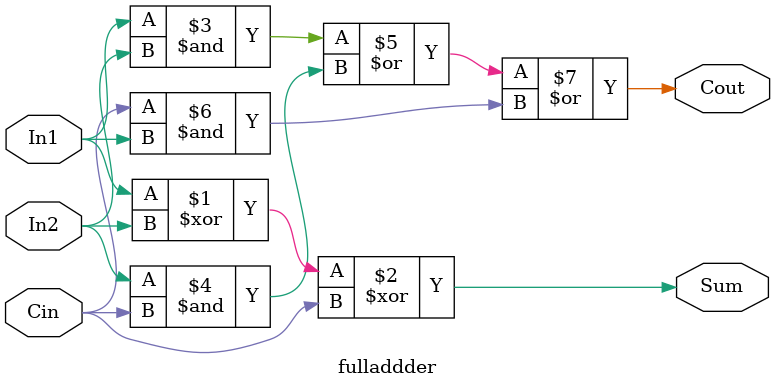
<source format=v>
`timescale 1ns / 1ps
module fulladdder(
    In1,
    In2,
    Cin,
    Sum,
    Cout
   );

input  In1,In2,Cin;

output  Sum, Cout;


assign Sum  = (In1 ^ In2) ^ Cin;

assign Cout = (In1 & In2) | (In2 & Cin) | (Cin & In1);

endmodule
</source>
